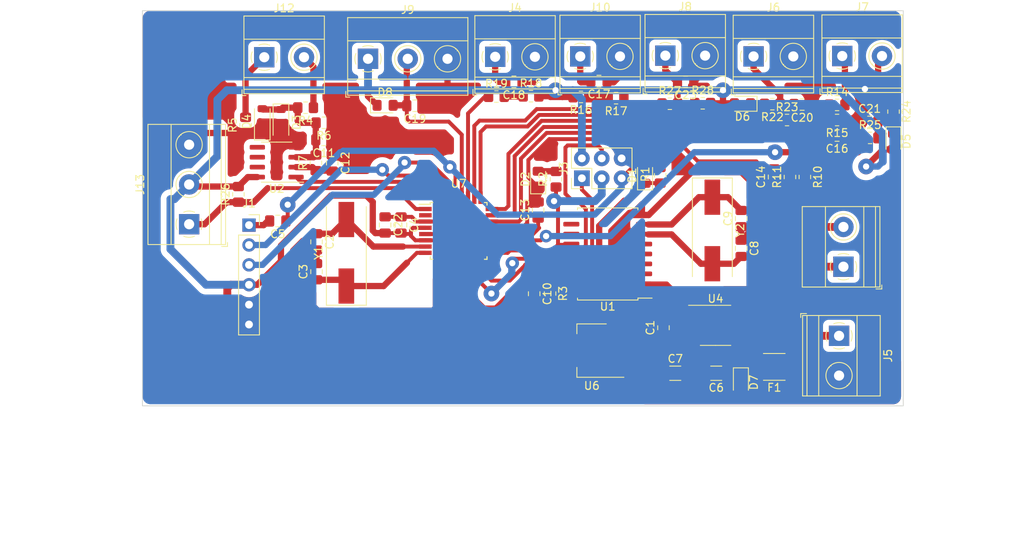
<source format=kicad_pcb>
(kicad_pcb (version 20221018) (generator pcbnew)
  (layers (0 "F.Cu" signal) (31 "B.Cu" signal) (34 "B.Paste" user) (35 "F.Paste" user) (36 "B.SilkS" user "B.Silkscreen") (37 "F.SilkS" user "F.Silkscreen") (38 "B.Mask" user) (39 "F.Mask" user) (44 "Edge.Cuts" user))
  (net 0 "")
  (net 1 "5V")
  (net 2 "XTAL1")
  (net 3 "XTAL2")
  (net 4 "ISP RST")
  (net 5 "UART DTR")
  (net 6 "Net-(U1-OSC2)")
  (net 7 "Net-(U1-OSC1)")
  (net 8 "Net-(D3-K)")
  (net 9 "Net-(U2A--)")
  (net 10 "Net-(U7-AREF)")
  (net 11 "A6")
  (net 12 "A7")
  (net 13 "A5")
  (net 14 "Net-(J10-Pin_1)")
  (net 15 "Net-(J4-Pin_1)")
  (net 16 "Net-(J6-Pin_1)")
  (net 17 "Net-(D2-A)")
  (net 18 "Net-(D5-K)")
  (net 19 "Net-(D6-K)")
  (net 20 "12V")
  (net 21 "UART RX")
  (net 22 "UART TX")
  (net 23 "CANH")
  (net 24 "CANHL")
  (net 25 "MISO")
  (net 26 "SCK")
  (net 27 "MOSI")
  (net 28 "Net-(J12-Pin_1)")
  (net 29 "Net-(J12-Pin_2)")
  (net 30 "D3")
  (net 31 "Net-(U1-~{RESET})")
  (net 32 "D2")
  (net 33 "A2")
  (net 34 "A3")
  (net 35 "A4")
  (net 36 "A1")
  (net 37 "A0")
  (net 38 "Net-(U1-TXCAN)")
  (net 39 "Net-(U1-RXCAN)")
  (net 47 "D10")
  (net 58 "Engine Block")
  (net 59 "Coolant")
  (net 60 "Net-(J8-Pin_1)")
  (net 61 "Engine Batt+")
  (net 62 "Alternator B+")
  (footprint "TerminalBlock_Phoenix:TerminalBlock_Phoenix_MKDS-1,5-3-5.08_1x03_P5.08mm_Horizontal" (layer "F.Cu") (at 113.6398 77.8814 90)
    (fp_text reference "J13")
    (fp_text value "1Wire")
  )
  (footprint "TerminalBlock_Phoenix:TerminalBlock_Phoenix_MKDS-1,5-2-5.08_1x02_P5.08mm_Horizontal" (layer "F.Cu") (at 123.2408 56.5404)
    (fp_text reference "J12")
    (fp_text value "Flywheel")
  )
  (footprint "Diode_SMD:D_SOD-123" (layer "F.Cu") (at 122.9868 64.77 90)
    (fp_text reference "D4")
    (fp_text value "1N5819" hide)
  )
  (footprint "Package_SO:SOIC-8_3.9x4.9mm_P1.27mm" (layer "F.Cu") (at 180.913 90.805)
    (fp_text reference "U4")
    (fp_text value "TJA1050")
  )
  (footprint "Resistor_SMD:R_0805_2012Metric_Pad1.20x1.40mm_HandSolder" (layer "F.Cu") (at 190.0482 64.5668)
    (fp_text reference "R23")
    (fp_text value "100K")
  )
  (footprint "TerminalBlock_Phoenix:TerminalBlock_Phoenix_MKDS-1,5-2-5.08_1x02_P5.08mm_Horizontal" (layer "F.Cu") (at 196.6974 92.1462 -90)
    (fp_text reference "J5")
    (fp_text value "12V In")
  )
  (footprint "Capacitor_SMD:C_0805_2012Metric_Pad1.18x1.45mm_HandSolder" (layer "F.Cu") (at 200.6092 64.8118)
    (fp_text reference "C21")
    (fp_text value "10nF")
  )
  (footprint "Capacitor_SMD:C_1206_3216Metric_Pad1.33x1.80mm_HandSolder" (layer "F.Cu") (at 181.0004 96.9264 180)
    (fp_text reference "C6")
    (fp_text value "10uF")
  )
  (footprint "Crystal:Crystal_SMD_HC49-SD" (layer "F.Cu") (at 133.731 81.534 90)
    (fp_text reference "Y1")
    (fp_text value " HC-49 16MHz")
  )
  (footprint "LED_SMD:LED_0805_2012Metric_Pad1.15x1.40mm_HandSolder" (layer "F.Cu") (at 158.242 72.136 90)
    (fp_text reference "D2")
    (fp_text value "LED")
  )
  (footprint "Resistor_SMD:R_0805_2012Metric_Pad1.20x1.40mm_HandSolder" (layer "F.Cu") (at 157.3276 61.5188)
    (fp_text reference "R18")
    (fp_text value "4.7K" hide)
  )
  (footprint "Resistor_SMD:R_0805_2012Metric_Pad1.20x1.40mm_HandSolder" (layer "F.Cu") (at 173.8376 71.628 90)
    (fp_text reference "R1")
    (fp_text value "10K")
  )
  (footprint "TerminalBlock_Phoenix:TerminalBlock_Phoenix_MKDS-1,5-2-5.08_1x02_P5.08mm_Horizontal" (layer "F.Cu") (at 152.7506 56.4898)
    (fp_text reference "J4")
    (fp_text value "NTC3")
  )
  (footprint "Package_SO:SOIC-8_3.9x4.9mm_P1.27mm" (layer "F.Cu") (at 124.8298 69.9516 180)
    (fp_text reference "U2")
    (fp_text value "LM393")
  )
  (footprint "Capacitor_SMD:C_0805_2012Metric_Pad1.18x1.45mm_HandSolder" (layer "F.Cu") (at 174.2582 91.1098 90)
    (fp_text reference "C1")
    (fp_text value "100nF")
  )
  (footprint "Package_TO_SOT_SMD:SOT-223-3_TabPin2" (layer "F.Cu") (at 165.1 94.0308 180)
    (fp_text reference "U6")
    (fp_text value "AMS1117-5.0")
  )
  (footprint "Resistor_SMD:R_0805_2012Metric_Pad1.20x1.40mm_HandSolder" (layer "F.Cu") (at 129.8448 70.0372 90)
    (fp_text reference "R7")
    (fp_text value "100K")
  )
  (footprint "Capacitor_SMD:C_0805_2012Metric_Pad1.18x1.45mm_HandSolder" (layer "F.Cu") (at 124.968 77.47 180)
    (fp_text reference "C5")
    (fp_text value "100nF")
  )
  (footprint "TerminalBlock_Phoenix:TerminalBlock_Phoenix_MKDS-1,5-2-5.08_1x02_P5.08mm_Horizontal" (layer "F.Cu") (at 174.498 56.3372)
    (fp_text reference "J8")
    (fp_text value "NTC1")
  )
  (footprint "Package_SO:SOIC-18W_7.5x11.6mm_P1.27mm" (layer "F.Cu") (at 167.132 81.6864 180)
    (fp_text reference "U1")
    (fp_text value "MCP2515-xSO")
  )
  (footprint "Resistor_SMD:R_0805_2012Metric_Pad1.20x1.40mm_HandSolder" (layer "F.Cu") (at 120.8532 65.2272 90)
    (fp_text reference "R5")
    (fp_text value "22K")
  )
  (footprint "Resistor_SMD:R_0805_2012Metric_Pad1.20x1.40mm_HandSolder" (layer "F.Cu") (at 128.524 62.992 180)
    (fp_text reference "R4")
    (fp_text value "22K")
  )
  (footprint "Capacitor_SMD:C_0805_2012Metric_Pad1.18x1.45mm_HandSolder" (layer "F.Cu") (at 129.921 80.137 -90)
    (fp_text reference "C2")
    (fp_text value "18pF")
  )
  (footprint "Resistor_SMD:R_0805_2012Metric_Pad1.20x1.40mm_HandSolder" (layer "F.Cu") (at 190.4238 71.8472 90)
    (fp_text reference "R11")
    (fp_text value "470K")
  )
  (footprint "Resistor_SMD:R_0805_2012Metric_Pad1.20x1.40mm_HandSolder" (layer "F.Cu") (at 200.66 66.8528)
    (fp_text reference "R25")
    (fp_text value "100K")
  )
  (footprint "Capacitor_SMD:C_0805_2012Metric_Pad1.18x1.45mm_HandSolder" (layer "F.Cu") (at 158.242 76.073 90)
    (fp_text reference "C13")
    (fp_text value "100nF")
  )
  (footprint "Resistor_SMD:R_0805_2012Metric_Pad1.20x1.40mm_HandSolder" (layer "F.Cu") (at 188.1686 62.5348 180)
    (fp_text reference "R22")
    (fp_text value "1K")
  )
  (footprint "Resistor_SMD:R_0805_2012Metric_Pad1.20x1.40mm_HandSolder" (layer "F.Cu") (at 160.528 72.136 90)
    (fp_text reference "R2")
    (fp_text value "330R")
  )
  (footprint "Crystal:Crystal_SMD_HC49-SD" (layer "F.Cu") (at 180.5045 78.681 -90)
    (fp_text reference "Y2")
    (fp_text value " HC-49 16MHz")
  )
  (footprint "TerminalBlock_Phoenix:TerminalBlock_Phoenix_MKDS-1,5-2-5.08_1x02_P5.08mm_Horizontal" (layer "F.Cu") (at 185.7706 56.439)
    (fp_text reference "J6")
    (fp_text value "FuelLevel")
  )
  (footprint "Resistor_SMD:R_0805_2012Metric_Pad1.20x1.40mm_HandSolder" (layer "F.Cu") (at 179.2732 62.4332)
    (fp_text reference "R28")
    (fp_text value "4.7K")
  )
  (footprint "Diode_SMD:D_0805_2012Metric_Pad1.15x1.40mm_HandSolder" (layer "F.Cu") (at 184.15 98.0948 -90)
    (fp_text reference "D7")
    (fp_text value "S1J")
  )
  (footprint "Capacitor_SMD:C_0805_2012Metric_Pad1.18x1.45mm_HandSolder" (layer "F.Cu") (at 184.1875 80.967 -90)
    (fp_text reference "C8")
    (fp_text value "18pF")
  )
  (footprint "Diode_SMD:D_0805_2012Metric_Pad1.15x1.40mm_HandSolder" (layer "F.Cu") (at 171.9072 71.628 90)
    (fp_text reference "D1")
    (fp_text value "S1J")
  )
  (footprint "Resistor_SMD:R_0805_2012Metric_Pad1.20x1.40mm_HandSolder" (layer "F.Cu") (at 163.7124 61.6204 180)
    (fp_text reference "R16")
    (fp_text value "4.7K")
  )
  (footprint "Capacitor_SMD:C_0805_2012Metric_Pad1.18x1.45mm_HandSolder" (layer "F.Cu") (at 155.1432 59.69 180)
    (fp_text reference "C18")
    (fp_text value "10nF")
  )
  (footprint "TerminalBlock_Phoenix:TerminalBlock_Phoenix_MKDS-1,5-2-5.08_1x02_P5.08mm_Horizontal" (layer "F.Cu") (at 197.104 56.388)
    (fp_text reference "J7")
    (fp_text value "Engine")
  )
  (footprint "Diode_SMD:D_0805_2012Metric_Pad1.15x1.40mm_HandSolder" (layer "F.Cu") (at 203.6572 67.301 -90)
    (fp_text reference "D5")
    (fp_text value "S1J")
  )
  (footprint "Capacitor_SMD:C_0805_2012Metric_Pad1.18x1.45mm_HandSolder" (layer "F.Cu") (at 140.716 77.978 -90)
    (fp_text reference "C4")
    (fp_text value "100nF")
  )
  (footprint "Resistor_SMD:R_0805_2012Metric_Pad1.20x1.40mm_HandSolder" (layer "F.Cu") (at 159.766 86.741 -90)
    (fp_text reference "R3")
    (fp_text value "10K")
  )
  (footprint "Capacitor_SMD:C_0805_2012Metric_Pad1.18x1.45mm_HandSolder" (layer "F.Cu") (at 142.494 62.738 180)
    (fp_text reference "C19")
    (fp_text value "10nF" hide)
  )
  (footprint "TerminalBlock_Phoenix:TerminalBlock_Phoenix_MKDS-1,5-2-5.08_1x02_P5.08mm_Horizontal" (layer "F.Cu") (at 197.2564 83.312 90)
    (fp_text reference "J2" hide)
    (fp_text value "CAN")
  )
  (footprint "Diode_SMD:D_0805_2012Metric_Pad1.15x1.40mm_HandSolder" (layer "F.Cu") (at 184.3532 62.484 180)
    (fp_text reference "D6")
    (fp_text value "S1J")
  )
  (footprint "Fuse:Fuse_1812_4532Metric_Pad1.30x3.40mm_HandSolder" (layer "F.Cu") (at 188.4172 96.1136 180)
    (fp_text reference "F1")
    (fp_text value "Polyfuse")
  )
  (footprint "Connector_PinHeader_2.54mm:PinHeader_2x03_P2.54mm_Vertical" (layer "F.Cu") (at 163.83 72.009 90)
    (fp_text reference "J3")
    (fp_text value "AVR ISP")
  )
  (footprint "Resistor_SMD:R_0805_2012Metric_Pad1.20x1.40mm_HandSolder" (layer "F.Cu") (at 152.908 61.5696)
    (fp_text reference "R19")
    (fp_text value "100K")
  )
  (footprint "Capacitor_SMD:C_0805_2012Metric_Pad1.18x1.45mm_HandSolder" (layer "F.Cu") (at 157.734 86.7664 -90)
    (fp_text reference "C10")
    (fp_text value "100nF")
  )
  (footprint "Capacitor_SMD:C_1206_3216Metric_Pad1.33x1.80mm_HandSolder" (layer "F.Cu") (at 175.768 96.9264)
    (fp_text reference "C7")
    (fp_text value "10uF")
  )
  (footprint "Connector_PinSocket_2.54mm:PinSocket_1x06_P2.54mm_Vertical" (layer "F.Cu") (at 121.2925 77.998)
    (fp_text reference "J1")
    (fp_text value "UART")
  )
  (footprint "Capacitor_SMD:C_0805_2012Metric_Pad1.18x1.45mm_HandSolder" (layer "F.Cu") (at 177.0888 59.69 180)
    (fp_text reference "C23")
    (fp_text value "10nF")
  )
  (footprint "Resistor_SMD:R_0805_2012Metric_Pad1.20x1.40mm_HandSolder" (layer "F.Cu") (at 203.6572 63.491 -90)
    (fp_text reference "R24")
    (fp_text value "1K")
  )
  (footprint "Package_QFP:TQFP-32_7x7mm_P0.8mm" (layer "F.Cu") (at 148.082 78.74)
    (fp_text reference "U7")
    (fp_text value "ATmega328P-A")
  )
  (footprint "Resistor_SMD:R_0805_2012Metric_Pad1.20x1.40mm_HandSolder" (layer "F.Cu") (at 192.3288 71.8472 -90)
    (fp_text reference "R10")
    (fp_text value "1M")
  )
  (footprint "Capacitor_SMD:C_0805_2012Metric_Pad1.18x1.45mm_HandSolder" (layer "F.Cu") (at 191.9786 62.5856 180)
    (fp_text reference "C20")
    (fp_text value "10nF")
  )
  (footprint "Capacitor_SMD:C_0805_2012Metric_Pad1.18x1.45mm_HandSolder" (layer "F.Cu") (at 196.4436 66.548 180)
    (fp_text reference "C16")
    (fp_text value "1nF")
  )
  (footprint "Capacitor_SMD:C_0805_2012Metric_Pad1.18x1.45mm_HandSolder" (layer "F.Cu") (at 129.921 83.947 90)
    (fp_text reference "C3")
    (fp_text value "18pF")
  )
  (footprint "Resistor_SMD:R_0805_2012Metric_Pad1.20x1.40mm_HandSolder" (layer "F.Cu") (at 130.8608 64.9224 180)
    (fp_text reference "R6")
    (fp_text value "1K")
  )
  (footprint "TerminalBlock_Phoenix:TerminalBlock_Phoenix_MKDS-1,5-3-5.08_1x03_P5.08mm_Horizontal" (layer "F.Cu") (at 136.4996 56.7436)
    (fp_text reference "J9")
    (fp_text value "Oil Pressure")
  )
  (footprint "Capacitor_SMD:C_0805_2012Metric_Pad1.18x1.45mm_HandSolder" (layer "F.Cu") (at 138.684 77.978 -90)
    (fp_text reference "C22")
    (fp_text value "100nF")
  )
  (footprint "Capacitor_SMD:C_0805_2012Metric_Pad1.18x1.45mm_HandSolder" (layer "F.Cu") (at 131.9276 70.0532 -90)
    (fp_text reference "C12")
    (fp_text value "1uF")
  )
  (footprint "Capacitor_SMD:C_0805_2012Metric_Pad1.18x1.45mm_HandSolder" (layer "F.Cu") (at 184.1875 77.157 90)
    (fp_text reference "C9")
    (fp_text value "18pF")
  )
  (footprint "Capacitor_SMD:C_0805_2012Metric_Pad1.18x1.45mm_HandSolder" (layer "F.Cu") (at 166.0144 59.5884 180)
    (fp_text reference "C17")
    (fp_text value "10nF")
  )
  (footprint "Resistor_SMD:R_0805_2012Metric_Pad1.20x1.40mm_HandSolder" (layer "F.Cu") (at 168.1988 61.7728 180)
    (fp_text reference "R17")
    (fp_text value "100K")
  )
  (footprint "Resistor_SMD:R_0805_2012Metric_Pad1.20x1.40mm_HandSolder" (layer "F.Cu") (at 196.4436 64.5668 180)
    (fp_text reference "R15")
    (fp_text value "470K")
  )
  (footprint "Diode_SMD:D_SOD-123" (layer "F.Cu") (at 125.3744 64.8716 -90)
    (fp_text reference "D3")
    (fp_text value "1N5819")
  )
  (footprint "Capacitor_SMD:C_0805_2012Metric_Pad1.18x1.45mm_HandSolder" (layer "F.Cu") (at 188.3918 71.8472 90)
    (fp_text reference "C14")
    (fp_text value "1nF")
  )
  (footprint "TerminalBlock_Phoenix:TerminalBlock_Phoenix_MKDS-1,5-2-5.08_1x02_P5.08mm_Horizontal" (layer "F.Cu") (at 163.6218 56.439)
    (fp_text reference "J10")
    (fp_text value "NTC2")
  )
  (footprint "Diode_SMD:D_0805_2012Metric_Pad1.15x1.40mm_HandSolder" (layer "F.Cu") (at 138.684 62.6872)
    (fp_text reference "D8")
    (fp_text value "S1J")
  )
  (footprint "Capacitor_SMD:C_0805_2012Metric_Pad1.18x1.45mm_HandSolder" (layer "F.Cu") (at 130.8608 67.1068 180)
    (fp_text reference "C11")
    (fp_text value "1uF")
  )
  (footprint "Resistor_SMD:R_0805_2012Metric_Pad1.20x1.40mm_HandSolder" (layer "F.Cu") (at 119.9388 74.0664 90)
    (fp_text reference "R26")
    (fp_text value "4K7" hide)
  )
  (footprint "Resistor_SMD:R_0805_2012Metric_Pad1.20x1.40mm_HandSolder" (layer "F.Cu") (at 175.0728 62.484)
    (fp_text reference "R27")
    (fp_text value "100K")
  )
  (footprint "Resistor_SMD:R_0805_2012Metric_Pad1.20x1.40mm_HandSolder" (layer "F.Cu") (at 196.4436 62.6364)
    (fp_text reference "R14")
    (fp_text value "1M")
  )
  (gr_rect (start 107.6706 50.5968) (end 204.9018 101.092) (stroke (width 0.1)) (fill none) (layer "Edge.Cuts"))
  (gr_text "N2K Engine Monitor (c) Me 2024" (at 121.0056 99.4664) (layer "F.Cu") (effects (font (size 1.5 1.5) (thickness 0.3) bold) (justify left bottom)))
  (segment (start 159.8168 61.6204) (end 161.3408 61.6204) (width 0.8) (layer "F.Cu") (net 1))
  (segment (start 171.9322 72.628) (end 171.9072 72.653) (width 0.5) (layer "F.Cu") (net 1))
  (segment (start 141.986 78.613) (end 142.259 78.34) (width 0.5) (layer "F.Cu") (net 1))
  (segment (start 158.004 87.741) (end 157.734 88.011) (width 0.5) (layer "F.Cu") (net 1))
  (segment (start 159.7152 61.5188) (end 159.8168 61.6204) (width 0.8) (layer "F.Cu") (net 1))
  (segment (start 169.7736 74.8792) (end 169.2656 74.8792) (width 0.8) (layer "F.Cu") (net 1))
  (segment (start 161.95 94.0308) (end 119.5324 94.0308) (width 1) (layer "F.Cu") (net 1))
  (segment (start 168.25 94.0308) (end 161.95 94.0308) (width 1) (layer "F.Cu") (net 1))
  (segment (start 160.3756 94.0308) (end 157.734 91.3892) (width 1) (layer "F.Cu") (net 1))
  (segment (start 136.4996 61.5278) (end 137.659 62.6872) (width 0.8) (layer "F.Cu") (net 1))
  (segment (start 173.3257 92.0965) (end 170.468 89.2388) (width 0.8) (layer "F.Cu") (net 1))
  (segment (start 142.551 79.94) (end 141.986 79.375) (width 0.5) (layer "F.Cu") (net 1))
  (segment (start 181.7624 62.4332) (end 183.2774 62.4332) (width 0.8) (layer "F.Cu") (net 1))
  (segment (start 160.163 87.741) (end 160.909 86.995) (width 0.5) (layer "F.Cu") (net 1))
  (segment (start 138.684 79.0155) (end 137.4355 79.0155) (width 0.8) (layer "F.Cu") (net 1))
  (segment (start 169.2656 74.8792) (end 166.0404 78.1044) (width 0.8) (layer "F.Cu") (net 1))
  (segment (start 170.468 89.2388) (end 167.166 89.2388) (width 0.8) (layer "F.Cu") (net 1))
  (segment (start 150.844 80.74) (end 152.332 80.74) (width 0.5) (layer "F.Cu") (net 1))
  (segment (start 164.7952 86.868) (end 162.482 86.868) (width 0.8) (layer "F.Cu") (net 1))
  (segment (start 136.2964 74.2188) (end 131.7752 74.2188) (width 0.8) (layer "F.Cu") (net 1))
  (segment (start 159.7152 61.5188) (end 160.4772 60.7568) (width 0.8) (layer "F.Cu") (net 1))
  (segment (start 161.95 94.0308) (end 160.3756 94.0308) (width 1) (layer "F.Cu") (net 1))
  (segment (start 141.986 79.121) (end 140.8215 79.121) (width 0.5) (layer "F.Cu") (net 1))
  (segment (start 161.036 86.868) (end 160.909 86.995) (width 0.8) (layer "F.Cu") (net 1))
  (segment (start 173.8376 72.628) (end 171.9322 72.628) (width 0.5) (layer "F.Cu") (net 1))
  (segment (start 158.3276 61.5188) (end 159.7152 61.5188) (width 0.8) (layer "F.Cu") (net 1))
  (segment (start 121.1486 71.8566) (end 119.9388 73.0664) (width 0.8) (layer "F.Cu") (net 1))
  (segment (start 181.864 60.7568) (end 181.864 62.3316) (width 0.8) (layer "F.Cu") (net 1))
  (segment (start 183.2774 62.5348) (end 183.3282 62.484) (width 0.5) (layer "F.Cu") (net 1))
  (segment (start 180.2732 62.4332) (end 181.7624 62.4332) (width 0.8) (layer "F.Cu") (net 1))
  (segment (start 140.716 79.0155) (end 138.684 79.0155) (width 0.5) (layer "F.Cu") (net 1))
  (segment (start 143.832 79.94) (end 150.044 79.94) (width 0.5) (layer "F.Cu") (net 1))
  (segment (start 137.1092 78.6892) (end 137.1092 75.0316) (width 0.8) (layer "F.Cu") (net 1))
  (segment (start 174.9655 91.44) (end 174.2582 92.1473) (width 0.8) (layer "F.Cu") (net 1))
  (segment (start 161.3408 61.6204) (end 160.4772 60.7568) (width 0.8) (layer "F.Cu") (net 1))
  (segment (start 125.3744 82.6008) (end 122.3572 85.618) (width 0.8) (layer "F.Cu") (net 1))
  (segment (start 125.3744 80.6196) (end 125.3744 82.6008) (width 0.8) (layer "F.Cu") (net 1))
  (segment (start 157.734 89.3572) (end 157.734 87.8039) (width 1) (layer "F.Cu") (net 1))
  (segment (start 166.0404 85.6228) (end 165.8904 85.7728) (width 0.8) (layer "F.Cu") (net 1))
  (segment (start 157.734 91.3892) (end 157.734 89.3572) (width 1) (layer "F.Cu") (net 1))
  (segment (start 122.3548 71.8566) (end 121.1486 71.8566) (width 0.8) (layer "F.Cu") (net 1))
  (segment (start 173.3257 92.1473) (end 173.3257 92.0965) (width 0.8) (layer "F.Cu") (net 1))
  (segment (start 159.766 87.741) (end 160.163 87.741) (width 0.5) (layer "F.Cu") (net 1))
  (segment (start 136.4996 56.7436) (end 136.4996 61.5278) (width 0.8) (layer "F.Cu") (net 1))
  (segment (start 118.9536 85.618) (end 121.2925 85.618) (width 1) (layer "F.Cu") (net 1))
  (segment (start 113.9048 73.0664) (end 113.6398 72.8014) (width 0.8) (layer "F.Cu") (net 1))
  (segment (start 118.5164 86.7156) (end 118.5164 86.0552) (width 1) (layer "F.Cu") (net 1))
  (segment (start 137.1092 75.0316) (end 136.2964 74.2188) (width 0.8) (layer "F.Cu") (net 1))
  (segment (start 138.684 79.0155) (end 138.5785 79.0155) (width 0.8) (layer "F.Cu") (net 1))
  (segment (start 166.0404 78.1044) (end 166.0404 85.6228) (width 0.8) (layer "F.Cu") (net 1))
  (segment (start 171.9072 72.653) (end 171.9072 72.7456) (width 0.8) (layer "F.Cu") (net 1))
  (segment (start 140.8215 79.121) (end 140.716 79.0155) (width 0.5) (layer "F.Cu") (net 1))
  (segment (start 141.986 79.121) (end 141.986 78.613) (width 0.5) (layer "F.Cu") (net 1))
  (segment (start 143.832 79.94) (end 142.551 79.94) (width 0.5) (layer "F.Cu") (net 1))
  (segment (start 171.9072 72.7456) (end 169.7736 74.8792) (width 0.8) (layer "F.Cu") (net 1))
  (segment (start 170.2816 94.0308) (end 168.25 94.0308) (width 1) (layer "F.Cu") (net 1))
  (segment (start 203.6572 68.326) (end 202.3364 68.326) (width 0.8) (layer "F.Cu") (net 1))
  (segment (start 167.166 89.2388) (end 164.7952 86.868) (width 0.8) (layer "F.Cu") (net 1))
  (segment (start 178.438 91.44) (end 174.9655 91.44) (width 0.8) (layer "F.Cu") (net 1))
  (segment (start 131.7752 74.2188) (end 125.3744 80.6196) (width 0.8) (layer "F.Cu") (net 1))
  (segment (start 119.5324 94.0308) (end 118.5164 93.0148) (width 1) (layer "F.Cu") (net 1))
  (segment (start 118.5164 86.0552) (end 118.9536 85.618) (width 1) (layer "F.Cu") (net 1))
  (segment (start 183.2774 62.4332) (end 183.3282 62.484) (width 0.8) (layer "F.Cu") (net 1))
  (segment (start 118.5164 93.0148) (end 118.5164 86.7156) (width 1) (layer "F.Cu") (net 1))
  (segment (start 142.259 78.34) (end 143.832 78.34) (width 0.5) (layer "F.Cu") (net 1))
  (segment (start 181.864 62.3316) (end 181.7624 62.4332) (width 0.8) (layer "F.Cu") (net 1))
  (segment (start 162.482 86.868) (end 161.036 86.868) (width 0.8) (layer "F.Cu") (net 1))
  (segment (start 174.2055 96.9264) (end 173.1772 96.9264) (width 1) (layer "F.Cu") (net 1))
  (segment (start 150.044 79.94) (end 150.844 80.74) (width 0.5) (layer "F.Cu") (net 1))
  (segment (start 137.4355 79.0155) (end 137.1092 78.6892) (width 0.8) (layer "F.Cu") (net 1))
  (segment (start 159.766 87.741) (end 158.004 87.741) (width 0.5) (layer "F.Cu") (net 1))
  (segment (start 122.3572 85.618) (end 121.2925 85.618) (width 0.8) (layer "F.Cu") (net 1))
  (segment (start 202.3364 68.326) (end 200.152 70.5104) (width 0.8) (layer "F.Cu") (net 1))
  (segment (start 173.3257 92.1473) (end 174.2582 92.1473) (width 1) (layer "F.Cu") (net 1))
  (segment (start 162.6776 61.3356) (end 162.7284 61.2848) (width 0.8) (layer "F.Cu") (net 1))
  (segment (start 173.1772 96.9264) (end 170.2816 94.0308) (width 1) (layer "F.Cu") (net 1))
  (segment (start 162.7124 61.6204) (end 161.3408 61.6204) (width 0.8) (layer "F.Cu") (net 1))
  (segment (start 119.9388 73.0664) (end 113.9048 73.0664) (width 0.8) (layer "F.Cu") (net 1))
  (segment (start 160.4772 61.3356) (end 160.4772 60.7568) (width 0.8) (layer "F.Cu") (net 1))
  (segment (start 141.986 79.375) (end 141.986 79.121) (width 0.5) (layer "F.Cu") (net 1))
  (segment (start 165.8904 85.7728) (end 164.7952 86.868) (width 0.8) (layer "F.Cu") (net 1))
  (via (at 160.4772 60.7568) (size 2) (drill 0.8) (layers "F.Cu" "B.Cu") (net 1))
  (via (at 181.864 60.7568) (size 2) (drill 0.8) (layers "F.Cu" "B.Cu") (net 1))
  (via (at 200.152 70.5104) (size 2) (drill 0.8) (layers "F.Cu" "B.Cu") (net 1))
  (segment (start 200.152 70.5104) (end 201.676 70.5104) (width 0.8) (layer "B.Cu") (net 1))
  (segment (start 111.252 74.676) (end 111.7652 74.676) (width 1) (layer "B.Cu") (net 1))
  (segment (start 111.252 81.0768) (end 111.252 74.676) (width 1) (layer "B.Cu") (net 1))
  (segment (start 118.4656 60.7568) (end 136.5504 60.7568) (width 1) (layer "B.Cu") (net 1))
  (segment (start 136.4996 60.706) (end 136.5504 60.7568) (width 1) (layer "B.Cu") (net 1))
  (segment (start 136.4996 56.7436) (end 136.4996 60.706) (width 1) (layer "B.Cu") (net 1))
  (segment (start 202.2856 66.294) (end 202.2856 69.9008) (width 1) (layer "B.Cu") (net 1))
  (segment (start 117.2464 61.976) (end 118.4656 60.7568) (width 1) (layer "B.Cu") (net 1))
  (segment (start 196.7484 60.7568) (end 202.2856 66.294) (width 1) (layer "B.Cu") (net 1))
  (segment (start 163.83 69.469) (end 163.83 61.9252) (width 1) (layer "B.Cu") (net 1))
  (segment (start 111.7652 74.676) (end 113.6398 72.8014) (width 1) (layer "B.Cu") (net 1))
  (segment (start 117.2464 69.1948) (end 117.2464 61.976) (width 1) (layer "B.Cu") (net 1))
  (segment (start 115.7932 85.618) (end 111.252 81.0768) (width 1) (layer "B.Cu") (net 1))
  (segment (start 162.6616 60.7568) (end 196.7484 60.7568) (width 1) (layer "B.Cu") (net 1))
  (segment (start 113.6398 72.8014) (end 117.2464 69.1948) (width 1) (layer "B.Cu") (net 1))
  (segment (start 201.676 70.5104) (end 202.2856 69.9008) (width 0.8) (layer "B.Cu") (net 1))
  (segment (start 163.83 61.9252) (end 162.6616 60.7568) (width 1) (layer "B.Cu") (net 1))
  (segment (start 136.5504 60.7568) (end 160.4772 60.7568) (width 1) (layer "B.Cu") (net 1))
  (segment (start 160.4772 60.7568) (end 162.6616 60.7568) (width 1) (layer "B.Cu") (net 1))
  (segment (start 121.2925 85.618) (end 115.7932 85.618) (width 1) (layer "B.Cu") (net 1))
  (segment (start 140.97 80.74) (end 137.187 80.74) (width 0.8) (layer "F.Cu") (net 2))
  (segment (start 137.187 80.74) (end 133.731 77.284) (width 0.8) (layer "F.Cu") (net 2))
  (segment (start 143.832 80.74) (end 140.97 80.74) (width 0.5) (layer "F.Cu") (net 2))
  (segment (start 129.921 79.0995) (end 131.9155 79.0995) (width 0.8) (layer "F.Cu") (net 2))
  (segment (start 131.9155 79.0995) (end 133.731 77.284) (width 0.8) (layer "F.Cu") (net 2))
  (segment (start 142.742 81.54) (end 141.478 82.804) (width 0.5) (layer "F.Cu") (net 3))
  (segment (start 141.478 82.804) (end 138.498 85.784) (width 0.8) (layer "F.Cu") (net 3))
  (segment (start 138.498 85.784) (end 133.731 85.784) (width 0.8) (layer "F.Cu") (net 3))
  (segment (start 132.9315 84.9845) (end 133.731 85.784) (width 0.8) (layer "F.Cu") (net 3))
  (segment (start 143.832 81.54) (end 142.742 81.54) (width 0.5) (layer "F.Cu") (net 3))
  (segment (start 129.921 84.9845) (end 132.9315 84.9845) (width 0.8) (layer "F.Cu") (net 3))
  (segment (start 126.238 77.005) (end 125.773 77.47) (width 0.5) (layer "F.Cu") (net 4))
  (segment (start 170.316 70.603) (end 168.91 72.009) (width 0.5) (layer "F.Cu") (net 4))
  (segment (start 171.9072 70.603) (end 170.316 70.603) (width 0.5) (layer "F.Cu") (net 4))
  (segment (start 147.682 74.49) (end 147.682 71.2788) (width 0.5) (layer "F.Cu") (net 4))
  (segment (start 171.9322 70.628) (end 171.9072 70.603) (width 0.5) (layer "F.Cu") (net 4))
  (segment (start 147.682 71.2788) (end 146.9644 70.5612) (width 0.5) (layer "F.Cu") (net 4))
  (segment (start 126.238 75.3872) (end 126.238 77.005) (width 0.5) (layer "F.Cu") (net 4))
  (segment (start 173.8376 70.628) (end 171.9322 70.628) (width 0.5) (layer "F.Cu") (net 4))
  (via (at 126.238 75.3872) (size 2) (drill 0.8) (layers "F.Cu" "B.Cu") (net 4))
  (via (at 146.9644 70.5612) (size 1.7) (drill 0.8) (layers "F.Cu" "B.Cu") (net 4))
  (segment (start 153.0604 76.6572) (end 165.463881 76.6572) (width 0.8) (layer "B.Cu") (net 4))
  (segment (start 168.91 73.211081) (end 165.463881 76.6572) (width 0.5) (layer "B.Cu") (net 4))
  (segment (start 144.9056 68.5024) (end 133.326 68.5024) (width 0.8) (layer "B.Cu") (net 4))
  (segment (start 168.91 72.009) (end 168.91 73.211081) (width 0.5) (layer "B.Cu") (net 4))
  (segment (start 146.9644 70.5612) (end 144.9056 68.5024) (width 0.8) (layer "B.Cu") (net 4))
  (segment (start 146.9644 70.5612) (end 153.0604 76.6572) (width 0.8) (layer "B.Cu") (net 4))
  (segment (start 132.9436 68.6816) (end 133.1468 68.6816) (width 0.8) (layer "B.Cu") (net 4))
  (segment (start 168.91 73.211082) (end 168.91 72.009) (width 0.8) (layer "B.Cu") (net 4))
  (segment (start 165.591082 76.53) (end 168.91 73.211082) (width 0.8) (layer "B.Cu") (net 4))
  (segment (start 126.238 75.3872) (end 132.9436 68.6816) (width 0.8) (layer "B.Cu") (net 4))
  (segment (start 133.326 68.5024) (end 133.1468 68.6816) (width 0.8) (layer "B.Cu") (net 4))
  (segment (start 121.2925 77.998) (end 123.17 77.998) (width 0.8) (layer "F.Cu") (net 5))
  (segment (start 123.17 77.998) (end 123.698 77.47) (width 0.8) (layer "F.Cu") (net 5))
  (segment (start 175.2975 79.189) (end 179.0395 82.931) (width 0.8) (layer "F.Cu") (net 6))
  (segment (start 180.5045 82.931) (end 183.261 82.931) (width 0.8) (layer "F.Cu") (net 6))
  (segment (start 183.261 82.931) (end 184.1875 82.0045) (width 0.8) (layer "F.Cu") (net 6))
  (segment (start 179.0395 82.931) (end 180.5045 82.931) (width 0.8) (layer "F.Cu") (net 6))
  (segment (start 172.3275 79.189) (end 175.2975 79.189) (width 0.8) (layer "F.Cu") (net 6))
  (segment (start 175.2975 77.919) (end 172.3275 77.919) (width 0.8) (layer "F.Cu") (net 7))
  (segment (start 182.499 74.431) (end 184.1875 76.1195) (width 0.8) (layer "F.Cu") (net 7))
  (segment (start 178.7855 74.431) (end 175.2975 77.919) (width 0.8) (layer "F.Cu") (net 7))
  (segment (start 180.5045 74.431) (end 182.499 74.431) (width 0.8) (layer "F.Cu") (net 7))
  (segment (start 180.5045 74.431) (end 178.7855 74.431) (width 0.8) (layer "F.Cu") (net 7))
  (segment (start 129.8233 67.1068) (end 129.8233 64.9599) (width 0.8) (layer "F.Cu") (net 8))
  (segment (start 129.8608 64.9224) (end 127.762 64.9224) (width 0.8) (layer "F.Cu") (net 8))
  (segment (start 129.8448 67.1283) (end 129.8233 67.1068) (width 0.8) (layer "F.Cu") (net 8))
  (segment (start 127.524 62.992) (end 125.604 62.992) (width 0.8) (layer "F.Cu") (net 8))
  (segment (start 127.3048 69.3166) (end 129.5654 69.3166) (width 0.8) (layer "F.Cu") (net 8))
  (segment (start 127.762 64.9224) (end 127.524 64.6844) (width 0.8) (layer "F.Cu") (net 8))
  (segment (start 127.524 64.6844) (end 127.524 62.992) (width 0.8) (layer "F.Cu") (net 8))
  (segment (start 129.8448 69.0372) (end 129.8448 67.1283) (width 0.8) (layer "F.Cu") (net 8))
  (segment (start 123.0884 63.2216) (end 122.9868 63.12) (width 0.8) (layer "F.Cu") (net 8))
  (segment (start 125.604 62.992) (end 125.3744 63.2216) (width 0.8) (layer "F.Cu") (net 8))
  (segment (start 129.8233 64.9599) (end 129.8608 64.9224) (width 0.8) (layer "F.Cu") (net 8))
  (segment (start 125.3744 63.2216) (end 123.0884 63.2216) (width 0.8) (layer "F.Cu") (net 8))
  (segment (start 129.5654 69.3166) (end 129.8448 69.0372) (width 0.8) (layer "F.Cu") (net 8))
  (segment (start 129.3942 70.5866) (end 129.8448 71.0372) (width 0.8) (layer "F.Cu") (net 9))
  (segment (start 129.8448 71.0372) (end 131.8741 71.0372) (width 0.8) (layer "F.Cu") (net 9))
  (segment (start 131.8741 71.0372) (end 131.9276 71.0907) (width 0.8) (layer "F.Cu") (net 9))
  (segment (start 127.3048 70.5866) (end 129.3942 70.5866) (width 0.8) (layer "F.Cu") (net 9))
  (segment (start 152.332 79.14) (end 157.588 79.14) (width 0.5) (layer "F.Cu") (net 10))
  (segment (start 157.588 79.14) (end 158.369 78.359) (width 0.5) (layer "F.Cu") (net 10))
  (segment (start 158.369 78.359) (end 158.242 78.232) (width 0.5) (layer "F.Cu") (net 10))
  (segment (start 158.242 78.232) (end 158.242 77.1105) (width 0.5) (layer "F.Cu") (net 10))
  (segment (start 152.332 79.94) (end 158.566 79.94) (width 0.5) (layer "F.Cu") (net 11))
  (segment (start 158.566 79.94) (end 159.385 79.121) (width 0.5) (layer "F.Cu") (net 11))
  (segment (start 188.5188 68.6816) (end 199.136 68.6816) (width 0.8) (layer "F.Cu") (net 11))
  (segment (start 199.66 68.1576) (end 199.66 66.8528) (width 0.8) (layer "F.Cu") (net 11))
  (segment (start 199.136 68.6816) (end 199.66 68.1576) (width 0.8) (layer "F.Cu") (net 11))
  (via (at 159.258 79.4004) (size 1.6) (drill 0.8) (layers "F.Cu" "B.Cu") (net 11))
  (via (at 188.5188 68.6816) (size 2) (drill 0.8) (layers "F.Cu" "B.Cu") (net 11))
  (segment (start 188.0362 68.199) (end 188.5188 68.6816) (width 0.8) (layer "B.Cu") (net 11))
  (segment (start 159.258 79.4004) (end 167.4876 79.4004) (width 0.8) (layer "B.Cu") (net 11))
  (segment (start 167.4876 79.4004) (end 178.2064 68.6816) (width 0.8) (layer "B.Cu") (net 11))
  (segment (start 178.2064 68.6816) (end 188.5188 68.6816) (width 0.8) (layer "B.Cu") (net 11))
  (segment (start 156.045 69.49323) (end 159.33023 66.208) (width 0.5) (layer "F.Cu") (net 12))
  (segment (start 188.4293 70.8472) (end 188.3918 70.8097) (width 1) (layer "F.Cu") (net 12))
  (segment (start 190.4238 70.8472) (end 188.4293 70.8472) (width 1) (layer "F.Cu") (net 12))
  (segment (start 188.3918 70.8097) (end 188.324351 70.8097) (width 0.5) (layer "F.Cu") (net 12))
  (segment (start 152.332 77.54) (end 155.7844 77.54) (width 0.5) (layer "F.Cu") (net 12))
  (segment (start 156.045 77.2794) (end 156.045 69.49323) (width 0.5) (layer "F.Cu") (net 12))
  (segment (start 188.324351 70.8097) (end 188.218851 70.7042) (width 0.5) (layer "F.Cu") (net 12))
  (segment (start 155.7844 77.54) (end 156.045 77.2794) (width 0.5) (layer "F.Cu") (net 12))
  (segment (start 192.3288 70.8472) (end 190.4238 70.8472) (width 1) (layer "F.Cu") (net 12))
  (segment (start 188.3918 70.8097) (end 187.0753 70.8097) (width 0.8) (layer "F.Cu") (net 12))
  (segment (start 178.6636 69.85) (end 186.1156 69.85) (width 0.5) (layer "F.Cu") (net 12))
  (segment (start 159.33023 66.208) (end 175.0216 66.208) (width 0.5) (layer "F.Cu") (net 12))
  (segment (start 175.0216 66.208) (end 178.6636 69.85) (width 0.5) (layer "F.Cu") (net 12))
  (segment (start 186.1156 69.85) (end 186.8213 70.5557) (width 0.5) (layer "F.Cu") (net 12))
  (segment (start 187.0753 70.8097) (end 186.8213 70.5557) (width 0.8) (layer "F.Cu") (net 12))
  (segment (start 148.482 74.49) (end 148.482 66.44) (width 0.5) (layer "F.Cu") (net 13))
  (segment (start 146.812 64.77) (end 141.7828 64.77) (width 0.5) (layer "F.Cu") (net 13))
  (segment (start 141.4565 62.738) (end 141.4565 56.8667) (width 0.8) (layer "F.Cu") (net 13))
  (segment (start 141.4565 64.4437) (end 141.4565 62.738) (width 0.5) (layer "F.Cu") (net 13))
  (segment (start 141.7828 64.77) (end 141.4565 64.4437) (width 0.5) (layer "F.Cu") (net 13))
  (segment (start 148.482 66.44) (end 146.812 64.77) (width 0.5) (layer "F.Cu") (net 13))
  (segment (start 139.709 62.6872) (end 141.4057 62.6872) (width 0.8) (layer "F.Cu") (net 13))
  (segment (start 141.4565 56.8667) (end 141.5796 56.7436) (width 0.8) (layer "F.Cu") (net 13))
  (segment (start 141.4057 62.6872) (end 141.4565 62.738) (width 0.8) (layer "F.Cu") (net 13))
  (segment (start 141.0716 57.0816) (end 140.8645 56.8745) (width 0.8) (layer "B.Cu") (net 13))
  (segment (start 167.0464 61.6204) (end 167.1988 61.7728) (width 0.8) (layer "F.Cu") (net 14))
  (segment (start 163.7284 59.7408) (end 163.6218 59.6342) (width 0.8) (layer "F.Cu") (net 14))
  (segment (start 163.6218 59.6342) (end 163.6218 56.439) (width 0.8) (layer "F.Cu") (net 14))
  (segment (start 167.148 61.2848) (end 167.1988 61.3356) (width 0.8) (layer "F.Cu") (net 14))
  (segment (start 164.9769 61.3559) (end 164.7124 61.6204) (width 0.8) (layer "F.Cu") (net 14))
  (segment (start 164.8753 59.7408) (end 163.7284 59.7408) (width 0.8) (layer "F.Cu") (net 14))
  (segment (start 164.9769 59.5884) (end 164.9769 61.3559) (width 0.8) (layer "F.Cu") (net 14))
  (segment (start 164.7124 61.6204) (end 167.0464 61.6204) (width 0.8) (layer "F.Cu") (net 14))
  (segment (start 152.1421 56.9869) (end 152.233 56.896) (width 1) (layer "F.Cu") (net 15))
  (segment (start 153.7716 61.3356) (end 153.7208 61.2848) (width 0.8) (layer "F.Cu") (net 15))
  (segment (start 154.1057 60.8999) (end 153.7208 61.2848) (width 0.8) (layer "F.Cu") (net 15))
  (segment (start 156.2768 61.5696) (end 156.3276 61.5188) (width 0.8) (layer "F.Cu") (net 15))
  (segment (start 153.2128 59.69) (end 152.7506 59.2278) (width 0.8) (layer "F.Cu") (net 15))
  (segment (start 154.1057 59.69) (end 153.2128 59.69) (width 0.8) (layer "F.Cu") (net 15))
  (segment (start 154.1057 59.69) (end 154.1057 60.8999) (width 0.8) (layer "F.Cu") (net 15))
  (segment (start 152.7506 59.2278) (end 152.7506 56.4898) (width 0.8) (layer "F.Cu") (net 15))
  (segment (start 153.908 61.5696) (end 156.2768 61.5696) (width 0.8) (layer "F.Cu") (net 15))
  (segment (start 191.0615 64.4652) (end 191.0615 62.6767) (width 0.8) (layer "F.Cu") (net 16))
  (segment (start 191.0615 62.6767) (end 190.945 62.5602) (width 0.8) (layer "F.Cu") (net 16))
  (segment (start 185.7706 58.0086) (end 185.7706 56.439) (width 0.8) (layer "F.Cu") (net 16))
  (segment (start 190.945 64.4277) (end 190.9825 64.4652) (width 0.5) (layer "F.Cu") (net 16))
  (segment (start 190.945 62.5602) (end 189.1725 62.5602) (width 0.8) (layer "F.Cu") (net 16))
  (segment (start 190.945 62.5602) (end 190.945 64.4277) (width 0.5) (layer "F.Cu") (net 16))
  (segment (start 188.8061 62.1938) (end 189.1725 62.5602) (width 0.5) (layer "F.Cu") (net 16))
  (segment (start 189.1686 62.5348) (end 189.1686 61.4066) (width 0.8) (layer "F.Cu") (net 16))
  (segment (start 188.9331 62.3208) (end 189.1725 62.5602) (width 1) (layer "F.Cu") (net 16))
  (segment (start 189.1686 61.4066) (end 185.7706 58.0086) (width 0.8) (layer "F.Cu") (net 16))
  (segment (start 158.242 71.111) (end 160.503 71.111) (width 0.8) (layer "F.Cu") (net 17))
  (segment (start 160.503 71.111) (end 160.528 71.136) (width 0.8) (layer "F.Cu") (net 17))
  (segment (start 203.6572 64.491) (end 203.6572 66.276) (width 0.8) (layer "F.Cu") (net 18))
  (segment (start 187.1686 62.5348) (end 185.429 62.5348) (width 0.8) (layer "F.Cu") (net 19))
  (segment (start 187.187 62.5747) (end 187.1725 62.5602) (width 0.8) (layer "F.Cu") (net 19))
  (segment (start 185.429 62.5348) (end 185.3782 62.484) (width 0.8) (layer "F.Cu") (net 19))
  (segment (start 190.6422 96.1136) (end 190.6422 95.4718) (width 0.8) (layer "F.Cu") (net 20))
  (segment (start 190.6422 95.4718) (end 193.6538 92.4602) (width 0.8) (layer "F.Cu") (net 20))
  (segment (start 193.9678 92.1462) (end 193.6538 92.4602) (width 1) (layer "F.Cu") (net 20))
  (segment (start 196.6974 92.1462) (end 193.9678 92.1462) (width 1) (layer "F.Cu") (net 20))
  (segment (start 139.0804 71.6688) (end 138.3284 70.9168) (width 0.5) (layer "F.Cu") (net 21))
  (segment (start 146.082 74.49) (end 146.082 73.19) (width 0.5) (layer "F.Cu") (net 21))
  (segment (start 146.082 73.19) (end 144.5608 71.6688) (width 0.5) (layer "F.Cu") (net 21))
  (segment (start 144.5608 71.6688) (end 139.0804 71.6688) (width 0.5) (layer "F.Cu") (net 21))
  (segment (start 138.684 71.247) (end 138.684 71.12) (width 0.5) (layer "F.Cu") (net 21))
  (via (at 138.3284 70.9168) (size 1.7) (drill 0.8) (layers "F.Cu" "B.Cu") (net 21))
  (segment (start 133.041853 70.9168) (end 123.420653 80.538) (width 0.8) (layer "B.Cu") (net 21))
  (segment (start 138.3284 70.9168) (end 133.041853 70.9168) (width 0.8) (layer "B.Cu") (net 21))
  (segment (start 123.420653 80.538) (end 121.2925 80.538) (width 0.8) (layer "B.Cu") (net 21))
  (segment (start 144.425701 70.0024) (end 141.1732 70.0024) (width 0.5) (layer "F.Cu") (net 22))
  (segment (start 146.882 72.458699) (end 144.425701 70.0024) (width 0.5) (layer "F.Cu") (net 22))
  (segment (start 146.882 74.49) (end 146.882 72.458699) (width 0.5) (layer "F.Cu") (net 22))
  (via (at 141.1732 70.0024) (size 1.7) (drill 0.8) (layers "F.Cu" "B.Cu") (net 22))
  (segment (start 141.1732 70.0024) (end 141.1732 70.193321) (width 0.8) (layer "B.Cu") (net 22))
  (segment (start 123.0176 83.078) (end 121.2925 83.078) (width 0.8) (layer "B.Cu") (net 22))
  (segment (start 141.1732 70.193321) (end 137.249321 74.1172) (width 0.8) (layer "B.Cu") (net 22))
  (segment (start 137.249321 74.1172) (end 131.9784 74.1172) (width 0.8) (layer "B.Cu") (net 22))
  (segment (start 131.9784 74.1172) (end 123.0176 83.078) (width 0.8) (layer "B.Cu") (net 22))
  (segment (start 184.912 90.17) (end 188.087 86.995) (width 0.8) (layer "F.Cu") (net 23))
  (segment (start 183.388 90.17) (end 184.912 90.17) (width 0.8) (layer "F.Cu") (net 23))
  (segment (start 188.087 86.995) (end 188.087 81.2546) (width 1) (layer "F.Cu") (net 23))
  (segment (start 188.087 81.2546) (end 191.1096 78.232) (width 1) (layer "F.Cu") (net 23))
  (segment (start 191.1096 78.232) (end 197.2564 78.232) (width 1) (layer "F.Cu") (net 23))
  (segment (start 187.198 91.44) (end 190.754 87.884) (width 1) (layer "F.Cu") (net 24))
  (segment (start 190.754 87.884) (end 190.754 85.7504) (width 1) (layer "F.Cu") (net 24))
  (segment (start 193.1924 83.312) (end 197.2564 83.312) (width 1) (layer "F.Cu") (net 24))
  (segment (start 186.69 91.44) (end 187.198 91.44) (width 1) (layer "F.Cu") (net 24))
  (segment (start 190.754 85.7504) (end 193.1924 83.312) (width 1) (layer "F.Cu") (net 24))
  (segment (start 183.388 91.44) (end 186.69 91.44) (width 0.8) (layer "F.Cu") (net 24))
  (segment (start 165.1404 74.8672) (end 165.1904 74.8172) (width 0.5) (layer "F.Cu") (net 25))
  (segment (start 156.591 83.112989) (end 156.591 83.058) (width 0.5) (layer "F.Cu") (net 25))
  (segment (start 163.703 83.058) (end 165.1404 81.6206) (width 0.5) (layer "F.Cu") (net 25))
  (segment (start 163.83 73.4568) (end 163.83 72.009) (width 0.5) (layer "F.Cu") (net 25))
  (segment (start 165.1404 81.6206) (end 165.1404 74.8672) (width 0.5) (layer "F.Cu") (net 25))
  (segment (start 165.1904 74.8172) (end 163.83 73.4568) (width 0.5) (layer "F.Cu") (net 25))
  (segment (start 150.882 82.99) (end 150.882 83.699) (width 0.5) (layer "F.Cu") (net 25))
  (segment (start 154.613989 85.09) (end 156.591 83.112989) (width 0.5) (layer "F.Cu") (net 25))
  (segment (start 156.591 83.058) (end 162.482 83.058) (width 0.5) (layer "F.Cu") (net 25))
  (segment (start 150.882 83.699) (end 152.273 85.09) (width 0.5) (layer "F.Cu") (net 25))
  (segment (start 164.338 72.517) (end 163.83 72.009) (width 0.5) (layer "F.Cu") (net 25))
  (segment (start 162.482 83.058) (end 163.703 83.058) (width 0.5) (layer "F.Cu") (net 25))
  (segment (start 152.273 85.09) (end 154.613989 85.09) (width 0.5) (layer "F.Cu") (net 25))
  (segment (start 160.782 80.518) (end 160.4772 80.8228) (width 0.5) (layer "F.Cu") (net 26))
  (segment (start 162.482 80.518) (end 163.085528 80.518) (width 0.5) (layer "F.Cu") (net 26))
  (segment (start 160.4772 80.8228) (end 160.0708 81.2292) (width 0.5) (layer "F.Cu") (net 26))
  (segment (start 154.656411 81.2292) (end 160.0708 81.2292) (width 0.5) (layer "F.Cu") (net 26))
  (segment (start 160.782 80.518) (end 160.782 75.438) (width 0.5) (layer "F.Cu") (net 26))
  (segment (start 160.528 73.136) (end 160.528 74.676) (width 0.5) (layer "F.Cu") (net 26))
  (segment (start 162.482 80.518) (end 160.782 80.518) (width 0.5) (layer "F.Cu") (net 26))
  (segment (start 154.345611 81.54) (end 154.656411 81.2292) (width 0.5) (layer "F.Cu") (net 26))
  (segment (start 160.782 75.438) (end 160.274 74.93) (width 0.5) (layer "F.Cu") (net 26))
  (segment (start 152.332 81.54) (end 154.345611 81.54) (width 0.5) (layer "F.Cu") (net 26))
  (segment (start 160.4772 80.8228) (end 160.585 80.715) (width 0.5) (layer "F.Cu") (net 26))
  (segment (start 160.528 73.136) (end 160.528 73.152) (width 0.8) (layer "F.Cu") (net 26))
  (segment (start 160.528 74.676) (end 160.274 74.93) (width 0.5) (layer "F.Cu") (net 26))
  (via (at 160.274 74.93) (size 2) (drill 0.8) (layers "F.Cu" "B.Cu") (net 26))
  (segment (start 165.5064 74.93) (end 166.37 74.0664) (width 1) (layer "B.Cu") (net 26))
  (segment (start 160.274 74.93) (end 165.5064 74.93) (width 1) (layer "B.Cu") (net 26))
  (segment (start 166.37 74.0664) (end 166.37 72.009) (width 1) (layer "B.Cu") (net 26))
  (segment (start 162.7124 74.9808) (end 163.3728 74.9808) (width 0.5) (layer "F.Cu") (net 27))
  (segment (start 150.082 84.55) (end 152.273 86.741) (width 0.5) (layer "F.Cu") (net 27))
  (segment (start 150.082 82.99) (end 150.082 84.55) (width 0.5) (layer "F.Cu") (net 27))
  (segment (start 161.728 73.9964) (end 162.7124 74.9808) (width 0.5) (layer "F.Cu") (net 27))
  (segment (start 165.862 67.808) (end 162.0112 67.808) (width 0.5) (layer "F.Cu") (net 27))
  (segment (start 161.728 68.0912) (end 161.728 73.9964) (width 0.5) (layer "F.Cu") (net 27))
  (segment (start 164.338 80.606239) (end 163.156239 81.788) (width 0.5) (layer "F.Cu") (net 27))
  (segment (start 162.0112 67.808) (end 161.728 68.0912) (width 0.5) (layer "F.Cu") (net 27))
  (segment (start 164.338 75.946) (end 164.338 80.606239) (width 0.5) (layer "F.Cu") (net 27))
  (segment (start 163.3728 74.9808) (end 164.338 75.946) (width 0.5) (layer "F.Cu") (net 27))
  (segment (start 163.156239 81.788) (end 161.036 81.788) (width 0.5) (layer "F.Cu") (net 27))
  (segment (start 166.37 69.469) (end 166.37 68.316) (width 0.5) (layer "F.Cu") (net 27))
  (segment (start 160.528 82.296) (end 155.2565 82.296) (width 0.5) (layer "F.Cu") (net 27))
  (segment (start 166.37 68.316) (end 165.862 67.808) (width 0.5) (layer "F.Cu") (net 27))
  (segment (start 161.036 81.788) (end 160.528 82.296) (width 0.5) (layer "F.Cu") (net 27))
  (segment (start 155.2565 82.296) (end 154.813 82.7395) (width 0.5) (layer "F.Cu") (net 27))
  (via (at 152.273 86.741) (size 2) (drill 0.8) (layers "F.Cu" "B.Cu") (net 27))
  (via (at 154.94 82.8548) (size 1.7) (drill 0.8) (layers "F.Cu" "B.Cu") (net 27))
  (segment (start 154.94 82.8548) (end 154.94 84.074) (width 0.8) (layer "B.Cu") (net 27))
  (segment (start 154.94 84.074) (end 152.273 86.741) (width 0.8) (layer "B.Cu") (net 27))
  (segment (start 154.813 82.7395) (end 154.813 84.201) (width 0.8) (layer "B.Cu") (net 27))
  (segment (start 154.813 84.201) (end 152.273 86.741) (width 0.8) (layer "B.Cu") (net 27))
  (segment (start 120.8532 58.928) (end 123.2408 56.5404) (width 0.8) (layer "F.Cu") (net 28))
  (segment (start 123.7996 57.0992) (end 123.1392 57.0992) (width 0.8) (layer "F.Cu") (net 28))
  (segment (start 120.8532 64.2272) (end 120.8532 58.928) (width 0.8) (layer "F.Cu") (net 28))
  (segment (start 129.524 57.7436) (end 128.3208 56.5404) (width 0.8) (layer "F.Cu") (net 29))
  (segment (start 129.524 62.992) (end 129.524 57.7436) (width 0.8) (layer "F.Cu") (net 29))
  (segment (start 119.9388 75.0664) (end 118.4308 75.0664) (width 0.8) (layer "F.Cu") (net 30))
  (segment (start 118.4308 75.0664) (end 115.6158 77.8814) (width 0.8) (layer "F.Cu") (net 30))
  (segment (start 123.6878 73.2688) (end 139.9438 73.2688) (width 0.5) (layer "F.Cu") (net 30))
  (segment (start 139.9438 73.2688) (end 142.615 75.94) (width 0.5) (layer "F.Cu") (net 30))
  (segment (start 142.615 75.94) (end 143.832 75.94) (width 0.5) (layer "F.Cu") (net 30))
  (segment (start 119.9388 75.0664) (end 121.8902 75.0664) (width 0.8) (layer "F.Cu") (net 30))
  (segment (start 121.8902 75.0664) (end 123.6878 73.2688) (width 0.8) (layer "F.Cu") (net 30))
  (segment (start 115.6158 77.8814) (end 113.6398 77.8814) (width 0.8) (layer "F.Cu") (net 30))
  (segment (start 162.482 85.598) (end 159.909 85.598) (width 0.8) (layer "F.Cu") (net 31))
  (segment (start 159.909 85.598) (end 159.766 85.741) (width 0.8) (layer "F.Cu") (net 31))
  (segment (start 145.282 74.49) (end 145.282 73.654) (width 0.5) (layer "F.Cu") (net 32))
  (segment (start 127.917 72.4688) (end 127.3048 71.8566) (width 0.5) (layer "F.Cu") (net 32))
  (segment (start 145.282 73.654) (end 144.0968 72.4688) (width 0.5) (layer "F.Cu") (net 32))
  (segment (start 144.0968 72.4688) (end 127.917 72.4688) (width 0.5) (layer "F.Cu") (net 32))
  (segment (start 172.6384 63.9184) (end 174.0728 62.484) (width 0.5) (layer "F.Cu") (net 33))
  (segment (start 150.882 74.49) (end 150.882 66.0982) (width 0.5) (layer "F.Cu") (net 33))
  (segment (start 156.89254 65.393) (end 158.36714 63.9184) (width 0.5) (layer "F.Cu") (net 33))
  (segment (start 150.882 66.0982) (end 151.5872 65.393) (width 0.5) (layer "F.Cu") (net 33))
  (segment (start 151.5872 65.393) (end 156.89254 65.393) (width 0.5) (layer "F.Cu") (net 33))
  (segment (start 158.36714 63.9184) (end 172.6384 63.9184) (width 0.5) (layer "F.Cu") (net 33))
  (segment (start 150.082 74.49) (end 150.082 65.31) (width 0.5) (layer "F.Cu") (net 34))
  (segment (start 158.05648 63.1684) (end 168.9876 63.1684) (width 0.5) (layer "F.Cu") (net 34))
  (segment (start 156.58188 64.643) (end 158.05648 63.1684) (width 0.5) (layer "F.Cu") (net 34))
  (segment (start 150.082 65.31) (end 150.749 64.643) (width 0.5) (layer "F.Cu") (net 34))
  (segment (start 150.749 64.643) (end 156.58188 64.643) (width 0.5) (layer "F.Cu") (net 34))
  (segment (start 169.1988 62.9572) (end 169.1988 61.3356) (width 0.5) (layer "F.Cu") (net 34))
  (segment (start 168.9876 63.1684) (end 169.1988 62.9572) (width 0.5) (layer "F.Cu") (net 34))
  (segment (start 149.282 74.49) (end 149.282 63.7236) (width 0.5) (layer "F.Cu") (net 35))
  (segment (start 149.282 63.7236) (end 151.7208 61.2848) (width 0.5) (layer "F.Cu") (net 35))
  (segment (start 152.332 75.94) (end 154.057 75.94) (width 0.5) (layer "F.Cu") (net 36))
  (segment (start 158.6778 64.6684) (end 188.9466 64.6684) (width 0.5) (layer "F.Cu") (net 36))
  (segment (start 154.057 75.94) (end 154.445 75.552) (width 0.5) (layer "F.Cu") (net 36))
  (segment (start 154.445 68.901199) (end 158.6778 64.6684) (width 0.5) (layer "F.Cu") (net 36))
  (segment (start 188.9466 64.6684) (end 189.0482 64.5668) (width 0.5) (layer "F.Cu") (net 36))
  (segment (start 154.445 75.552) (end 154.445 68.901199) (width 0.5) (layer "F.Cu") (net 36))
  (segment (start 177.6476 66.4972) (end 195.3553 66.4972) (width 0.5) (layer "F.Cu") (net 37))
  (segment (start 176.6084 65.458) (end 177.6476 66.4972) (width 0.5) (layer "F.Cu") (net 37))
  (segment (start 195.4436 66.5105) (end 195.4061 66.548) (width 0.8) (layer "F.Cu") (net 37))
  (segment (start 155.1432 76.74) (end 155.245 76.6382) (width 0.5) (layer "F.Cu") (net 37))
  (segment (start 158.94886 65.458) (end 176.6084 65.458) (width 0.5) (layer "F.Cu") (net 37))
  (segment (start 195.4436 62.6364) (end 195.4436 64.5668) (width 0.8) (layer "F.Cu") (net 37))
  (segment (start 152.332 76.74) (end 155.1432 76.74) (width 0.5) (layer "F.Cu") (net 37))
  (segment (start 195.4436 64.5668) (end 195.4436 66.5105) (width 0.8) (layer "F.Cu") (net 37))
  (segment (start 195.3553 66.4972) (end 195.4061 66.548) (width 0.5) (layer "F.Cu") (net 37))
  (segment (start 155.245 76.6382) (end 155.245 69.161859) (width 0.5) (layer "F.Cu") (net 37))
  (segment (start 155.245 69.161859) (end 158.94886 65.458) (width 0.5) (layer "F.Cu") (net 37))
  (segment (start 178.438 88.9) (end 176.403 88.9) (width 0.8) (layer "F.Cu") (net 38))
  (segment (start 171.909 86.995) (end 171.782 86.868) (width 0.8) (layer "F.Cu") (net 38))
  (segment (start 176.403 88.9) (end 174.498 86.995) (width 0.8) (layer "F.Cu") (net 38))
  (segment (start 174.498 86.995) (end 171.909 86.995) (width 0.8) (layer "F.Cu") (net 38))
  (segment (start 180.467 88.392) (end 179.451 87.376) (width 0.8) (layer "F.Cu") (net 39))
  (segment (start 176.403 87.376) (end 174.625 85.598) (width 0.8) (layer "F.Cu") (net 39))
  (segment (start 179.451 87.376) (end 176.403 87.376) (width 0.8) (layer "F.Cu") (net 39))
  (segment (start 174.625 85.598) (end 171.782 85.598) (width 0.8) (layer "F.Cu") (net 39))
  (segment (start 179.705 92.71) (end 180.467 91.948) (width 0.8) (layer "F.Cu") (net 39))
  (segment (start 178.438 92.71) (end 179.705 92.71) (width 0.8) (layer "F.Cu") (net 39))
  (segment (start 180.467 91.948) (end 180.467 88.392) (width 0.8) (layer "F.Cu") (net 39))
  (segment (start 152.781 88.519) (end 151.3586 88.519) (width 0.5) (layer "F.Cu") (net 47))
  (segment (start 149.282 86.4424) (end 149.282 82.99) (width 0.5) (layer "F.Cu") (net 47))
  (segment (start 162.482 84.328) (end 156.972 84.328) (width 0.5) (layer "F.Cu") (net 47))
  (segment (start 156.972 84.328) (end 152.781 88.519) (width 0.5) (layer "F.Cu") (net 47))
  (segment (start 151.3586 88.519) (end 149.282 86.4424) (width 0.5) (layer "F.Cu") (net 47))
  (segment (start 156.914602 85.7289) (end 152.233551 90.409951) (width 0.5) (layer "F.Cu") (net 58))
  (segment (start 146.6596 56.7436) (end 146.6596 60.8076) (width 0.8) (layer "F.Cu") (net 58))
  (segment (start 121.046 66.42) (end 120.8532 66.2272) (width 0.8) (layer "F.Cu") (net 58))
  (segment (start 175.6664 68.5292) (end 178.1048 70.9676) (width 1) (layer "F.Cu") (net 58))
  (segment (start 179.4379 96.9264) (end 177.3305 96.9264) (width 1) (layer "F.Cu") (net 58))
  (segment (start 159.6616 67.008) (end 156.992 69.6776) (width 0.5) (layer "F.Cu") (net 58))
  (segment (start 185.9788 79.7052) (end 185.9788 87.547566) (width 0.8) (layer "F.Cu") (net 58))
  (segment (start 146.6596 60.8076) (end 144.7292 62.738) (width 0.8) (layer "F.Cu") (net 58))
  (segment (start 197.4436 64.5668) (end 197.4436 66.5105) (width 0.8) (layer "F.Cu") (net 58))
  (segment (start 184.1875 78.1945) (end 184.1875 79.9295) (width 0.8) (layer "F.Cu") (net 58))
  (segment (start 128.27 67.5132) (end 128.27 66.548) (width 0.8) (layer "F.Cu") (net 58))
  (segment (start 145.231 79.14) (end 143.832 79.14) (width 0.5) (layer "F.Cu") (net 58))
  (segment (start 172.806334 90.0723) (end 174.2582 90.0723) (width 0.8) (layer "F.Cu") (net 58))
  (segment (start 156.1807 59.69) (end 157.6832 59.69) (width 0.8) (layer "F.Cu") (net 58))
  (segment (start 121.2925 90.698) (end 121.2925 88.158) (width 1) (layer "F.Cu") (net 58))
  (segment (start 169.8498 68.5292) (end 168.3286 67.008) (width 0.5) (layer "F.Cu") (net 58))
  (segment (start 190.4238 72.8472) (end 188.4293 72.8472) (width 1) (layer "F.Cu") (net 58))
  (segment (start 172.974 99.1616) (end 177.9016 99.1616) (width 1) (layer "F.Cu") (net 58))
  (segment (start 124.3076 90.698) (end 124.3076 87.179035) (width 1) (layer "F.Cu") (net 58))
  (segment (start 199.5717 64.8118) (end 197.6886 64.8118) (width 0.8) (layer "F.Cu") (net 58))
  (segment (start 179.4379 97.6253) (end 179.4379 96.9264) (width 1) (layer "F.Cu") (net 58))
  (segment (start 142.691 77.54) (end 142.0915 76.9405) (width 0.5) (layer "F.Cu") (net 58))
  (segment (start 186.0804 73.1012) (end 186.2969 72.8847) (width 0.8) (layer "F.Cu") (net 58))
  (segment (start 156.229 78.34) (end 156.845 77.724) (width 0.5) (layer "F.Cu") (net 58))
  (segment (start 168.402 78.1304) (end 168.402 87.3252) (width 0.8) (layer "F.Cu") (net 58))
  (segment (start 186.2969 72.8847) (end 188.3918 72.8847) (width 0.8) (layer "F.Cu") (net 58))
  (segment (start 121.2925 90.698) (end 124.3076 90.698) (width 1) (layer "F.Cu") (net 58))
  (segment (start 177.9016 99.1616) (end 194.9196 99.1616) (width 1) (layer "F.Cu") (net 58))
  (segment (start 184.626366 88.9) (end 183.388 88.9) (width 0.8) (layer "F.Cu") (net 58))
  (segment (start 128.1684 66.4464) (end 128.0932 66.5216) (width 0.8) (layer "F.Cu") (net 58))
  (segment (start 124.3076 90.698) (end 151.945502 90.698) (width 1) (layer "F.Cu") (net 58))
  (segment (start 123.0884 66.5216) (end 122.9868 66.42) (width 0.8) (layer "F.Cu") (net 58))
  (segment (start 145.231 77.54) (end 146.031 78.34) (width 0.5) (layer "F.Cu") (net 58))
  (segment (start 157.734 85.7289) (end 156.914602 85.7289) (width 0.5) (layer "F.Cu") (net 58))
  (segment (start 178.3403 90.0723) (end 178.438 90.17) (width 0.8) (layer "F.Cu") (net 58))
  (segment (start 186.3852 77.7318) (end 184.1875 79.9295) (width 0.8) (layer "F.Cu") (net 58))
  (segment (start 143.832 77.54) (end 145.231 77.54) (width 0.5) (layer "F.Cu") (net 58))
  (segment (start 115.134 66.2272) (end 113.6398 67.7214) (width 0.8) (layer "F.Cu") (net 58))
  (segment (start 125.3744 66.5216) (end 123.0884 66.5216) (width 0.8) (layer "F.Cu") (net 58))
  (segment (start 194.9196 99.1616) (end 194.9196 99.004) (width 1) (layer "F.Cu") (net 58))
  (segment (start 197.4436 66.5105) (end 197.4811 66.548) (width 0.8) (layer "F.Cu") (net 58))
  (segment (start 143.832 77.54) (end 142.691 77.54) (width 0.5) (layer "F.Cu") (net 58))
  (segment (start 169.8498 68.5292) (end 175.6664 68.5292) (width 1) (layer "F.Cu") (net 58))
  (segment (start 178.1263 59.69) (end 179.578 58.2383) (width 0.8) (layer "F.Cu") (net 58))
  (segment (start 157.6832 59.69) (end 157.734 59.7408) (width 0.8) (layer "F.Cu") (net 58))
  (segment (start 143.5315 62.738) (end 144.7292 62.738) (width 0.8) (layer "F.Cu") (net 58))
  (segment (start 184.1875 79.9295) (end 184.4118 79.7052) (width 0.8) (layer "F.Cu") (net 58))
  (segment (start 186.3852 74.9808) (end 186.3852 77.7318) (width 0.8) (layer "F.Cu") (net 58))
  (segment (start 179.578 58.2383) (end 179.578 56.3372) (width 0.8) (layer "F.Cu") (net 58))
  (segment (start 140.716 76.9405) (end 138.684 76.9405) (width 0.5) (layer "F.Cu") (net 58))
  (segment (start 168.91 69.469) (end 169.8498 68.5292) (width 1) (layer "F.Cu") (net 58))
  (segment (start 151.945502 90.698) (end 152.233551 90.409951) (width 1) (layer "F.Cu") (net 58))
  (segment (start 129.921 81.1745) (end 129.921 82.9095) (width 0.8) (layer "F.Cu") (net 58))
  (segment (start 168.402 87.3252) (end 169.2656 88.1888) (width 0.8) (layer "F.Cu") (net 58))
  (segment (start 158.5124 56.896) (end 158.5414 56.867) (width 1) (layer "F.Cu") (net 58))
  (segment (start 199.5717 64.8118) (end 199.5717 61.0323) (width 0.8) (layer "F.Cu") (net 58))
  (segment (start 169.8244 76.708) (end 168.402 78.1304) (width 0.8) (layer "F.Cu") (net 58))
  (segment (start 142.0915 76.9405) (end 140.716 76.9405) (width 0.5) (layer "F.Cu") (net 58))
  (segment (start 172.3644 76.708) (end 178.1048 70.9676) (width 0.8) (layer "F.Cu") (net 58))
  (segment (start 171.782 76.708) (end 169.8244 76.708) (width 0.8) (layer "F.Cu") (net 58))
  (segment (start 169.2656 88.1888) (end 170.922834 88.1888) (width 0.8) (layer "F.Cu") (net 58))
  (segment (start 157.8306 59.6442) (end 157.8306 56.4898) (width 0.8) (layer "F.Cu") (net 58))
  (segment (start 184.626366 88.9) (end 185.9788 87.547566) (width 0.8) (layer "F.Cu") (net 58))
  (segment (start 156.845 77.724) (end 156.845 75.057) (width 0.5) (layer "F.Cu") (net 58))
  (segment (start 124.3076 87.179035) (end 128.577135 82.9095) (width 1) (layer "F.Cu") (net 58))
  (segment (start 128.0932 66.5216) (end 125.3744 66.5216) (width 0.8) (layer "F.Cu") (net 58))
  (segment (start 184.4118 79.7052) (end 185.9788 79.7052) (width 0.8) (layer "F.Cu") (net 58))
  (segment (start 146.031 78.34) (end 145.231 79.14) (width 0.5) (layer "F.Cu") (net 58))
  (segment (start 194.9196 99.004) (end 196.6974 97.2262) (width 1) (layer "F.Cu") (net 58))
  (segment (start 158.242 75.0355) (end 158.242 73.161) (width 0.5) (layer "F.Cu") (net 58))
  (segment (start 146.031 78.34) (end 152.332 78.34) (width 0.5) (layer "F.Cu") (net 58))
  (segment (start 174.2582 90.0723) (end 178.3403 90.0723) (width 0.8) (layer "F.Cu") (net 58))
  (segment (start 168.25 96.3308) (end 170.1432 96.3308) (width 1) (layer "F.Cu") (net 58))
  (segment (start 127.3048 68.0466) (end 127.7366 68.0466) (width 0.8) (layer "F.Cu") (net 58))
  (segment (start 193.0161 58.6045) (end 190.8506 56.439) (width 0.8) (layer "F.Cu") (net 58))
  (segment (start 168.7018 58.933) (end 168.7018 56.439) (width 0.8) (layer "F.Cu") (net 58))
  (segment (start 156.992 71.911) (end 158.242 73.161) (width 0.5) (layer "F.Cu") (net 58))
  (segment (start 167.894 59.7408) (end 168.7018 58.933) (width 0.8) (layer "F.Cu") (net 58))
  (segment (start 158.2205 75.057) (end 158.242 75.0355) (width 0.5) (layer "F.Cu") (net 58))
  (segment (start 193.0161 62.5856) (end 193.0161 58.6045) (width 0.8) (layer "F.Cu") (net 58))
  (segment (start 128.577135 82.9095) (end 129.921 82.9095) (width 1) (layer "F.Cu") (net 58))
  (segment (start 183.9468 70.9676) (end 186.0804 73.1012) (width 0.8) (layer "F.Cu") (net 58))
  (segment (start 127.7366 68.0466) (end 128.27 67.5132) (width 0.8) (layer "F.Cu") (net 58))
  (segment (start 186.3852 73.406) (end 186.3852 74.9808) (width 0.8) (layer "F.Cu") (net 58))
  (segment (start 168.3286 67.008) (end 159.6616 67.008) (width 0.5) (layer "F.Cu") (net 58))
  (segment (start 170.922834 88.1888) (end 172.806334 90.0723) (width 0.8) (layer "F.Cu") (net 58))
  (segment (start 128.27 66.548) (end 128.1684 66.4464) (width 0.8) (layer "F.Cu") (net 58))
  (segment (start 188.4293 72.8472) (end 188.3918 72.8847) (width 1) (layer "F.Cu") (net 58))
  (segment (start 170.1432 96.3308) (end 172.974 99.1616) (width 1) (layer "F.Cu") (net 58))
  (segment (start 186.0804 73.1012) (end 186.3852 73.406) (width 0.8) (layer "F.Cu") (net 58))
  (segment (start 171.782 76.708) (end 172.3644 76.708) (width 0.8) (layer "F.Cu") (net 58))
  (segment (start 120.8532 66.2272) (end 115.134 66.2272) (width 0.8) (layer "F.Cu") (net 58))
  (segment (start 186.4575 74.9085) (end 186.3852 74.9808) (width 0.8) (layer "F.Cu") (net 58))
  (segment (start 122.9868 66.42) (end 121.046 66.42) (width 0.8) (layer "F.Cu") (net 58))
  (segment (start 197.6886 64.8118) (end 197.4436 64.5668) (width 0.8) (layer "F.Cu") (net 58))
  (segment (start 178.1048 70.9676) (end 183.9468 70.9676) (width 0.8) (layer "F.Cu") (net 58))
  (segment (start 177.9016 99.1616) (end 179.4379 97.6253) (width 1) (layer "F.Cu") (net 58))
  (segment (start 156.992 69.6776) (end 156.992 71.911) (width 0.5) (layer "F.Cu") (net 58))
  (segment (start 156.845 75.057) (end 158.2205 75.057) (width 0.5) (layer "F.Cu") (net 58))
  (segment (start 157.734 59.7408) (end 157.8306 59.6442) (width 0.8) (layer "F.Cu") (net 58))
  (segment (start 199.5717 61.0323) (end 199.9996 60.6044) (width 0.8) (layer "F.Cu") (net 58))
  (segment (start 152.332 78.34) (end 156.229 78.34) (width 0.5) (layer "F.Cu") (net 58))
  (segment (start 166.9503 59.7408) (end 167.894 59.7408) (width 0.8) (layer "F.Cu") (net 58))
  (via (at 199.9996 60.6044) (size 2) (drill 0.8) (layers "F.Cu" "B.Cu") (net 58))
  (segment (start 168.7018 56.439) (end 168.7018 52.2782) (width 1) (layer "B.Cu") (net 58))
  (segment (start 158.5468 56.8724) (end 158.5414 56.867) (width 0.8) (layer "B.Cu") (net 58))
  (segment (start 171.4474 66.9316) (end 192.6616 66.9316) (width 1) (layer "B.Cu") (net 58))
  (segment (start 190.0428 52.0192) (end 179.4764 52.0192) (width 1) (layer "B.Cu") (net 58))
  (segment (start 179.578 52.1208) (end 179.4764 52.0192) (width 1) (layer "B.Cu") (net 58))
  (segment (start 168.9608 52.0192) (end 157.734 52.0192) (width 1) (layer "B.Cu") (net 58))
  (segment (start 199.9996 60.6044) (end 199.3392 60.6044) (width 0.8) (layer "B.Cu") (net 58))
  (segment (start 157.8306 52.1158) (end 157.734 52.0192) (width 1) (layer "B.Cu") (net 58))
  (segment (start 146.6596 52.07) (end 146.7104 52.0192) (width 1) (layer "B.Cu") (net 58))
  (segment (start 190.8506 56.439) (end 190.8506 52.827) (width 1) (layer "B.Cu") (net 58))
  (segment (start 146.7104 52.0192) (end 114.6556 52.0192) (width 1) (layer "B.Cu") (net 58))
  (segment (start 197.195367 59.436) (end 192.3288 59.436) (width 1) (layer "B.Cu") (net 58))
  (segment (start 203.5356 65.776233) (end 198.851483 61.092117) (width 1) (layer "B.Cu") (net 58))
  (segment (start 192.6616 66.9316) (end 199.39 73.66) (width 1) (layer "B.Cu") (net 58))
  (segment (start 199.3392 60.6044) (end 198.851483 61.092117) (width 0.8) (layer "B.Cu") (net 58))
  (segment (start 199.39 73.66) (end 203.5356 73.66) (width 1) (layer "B.Cu") (net 58))
  (segment (start 192.3288 57.9172) (end 190.8506 56.439) (width 1) (layer "B.Cu") (net 58))
  (segment (start 157.734 52.0192) (end 146.7104 52.0192) (width 1) (layer "B.Cu") (net 58))
  (segment (start 146.6596 56.7436) (end 146.6596 52.07) (width 1) (layer "B.Cu") (net 58))
  (segment (start 190.8506 52.827) (end 190.0428 52.0192) (width 1) (layer "B.Cu") (net 58))
  (segment (start 168.7018 52.2782) (end 168.9608 52.0192) (width 1) (layer "B.Cu") (net 58))
  (segment (start 196.6974 97.2262) (end 200.3602 97.2262) (width 1) (layer "B.Cu") (net 58))
  (segment (start 113.6398 53.137) (end 113.6398 67.7214) (width 1) (layer "B.Cu") (net 58))
  (segment (start 108.712 72.6492) (end 108.712 81.6864) (width 1) (layer "B.Cu") (net 58))
  (segment (start 168.91 69.469) (end 171.4474 66.9316) (width 1) (layer "B.Cu") (net 58))
  (segment (start 113.6398 67.7214) (end 108.712 72.6492) (width 1) (layer "B.Cu") (net 58))
  (segment (start 179.578 56.3372) (end 179.578 52.1208) (width 1) (layer "B.Cu") (net 58))
  (segment (start 115.1836 88.158) (end 121.2925 88.158) (width 1) (layer "B.Cu") (net 58))
  (segment (start 108.712 81.6864) (end 115.1836 88.158) (width 1) (layer "B.Cu") (net 58))
  (segment (start 203.5356 65.776233) (end 203.5356 73.66) (width 0.8) (layer "B.Cu") (net 58))
  (segment (start 198.851483 61.092117) (end 197.195367 59.436) (width 1) (layer "B.Cu") (net 58))
  (segment (start 192.3288 59.436) (end 192.3288 57.9172) (width 1) (layer "B.Cu") (net 58))
  (segment (start 113.5888 53.086) (end 113.6398 53.137) (width 1) (layer "B.Cu") (net 58))
  (segment (start 179.4764 52.0192) (end 168.9608 52.0192) (width 1) (layer "B.Cu") (net 58))
  (segment (start 157.8306 56.4898) (end 157.8306 52.1158) (width 1) (layer "B.Cu") (net 58))
  (segment (start 203.5356 73.66) (end 203.5356 94.0508) (width 0.8) (layer "B.Cu") (net 58))
  (segment (start 114.6556 52.0192) (end 113.5888 53.086) (width 1) (layer "B.Cu") (net 58))
  (segment (start 200.3602 97.2262) (end 203.5356 94.0508) (width 1) (layer "B.Cu") (net 58))
  (segment (start 201.66 66.8528) (end 201.66 64.8251) (width 0.8) (layer "F.Cu") (net 59))
  (segment (start 201.6893 62.6782) (end 203.47 62.6782) (width 0.8) (layer "F.Cu") (net 59))
  (segment (start 201.6893 56.8827) (end 202.184 56.388) (width 0.8) (layer "F.Cu") (net 59))
  (segment (start 201.6893 62.6782) (end 201.6893 56.8827) (width 0.8) (layer "F.Cu") (net 59))
  (segment (start 201.6467 64.8118) (end 201.6467 62.7208) (width 0.8) (layer "F.Cu") (net 59))
  (segment (start 203.47 62.6782) (end 203.6572 62.491) (width 0.8) (layer "F.Cu") (net 59))
  (segment (start 201.6467 62.7208) (end 201.6893 62.6782) (width 0.8) (layer "F.Cu") (net 59))
  (segment (start 201.66 64.8251) (end 201.6467 64.8118) (width 0.8) (layer "F.Cu") (net 59))
  (segment (start 178.2732 62.4332) (end 176.1236 62.4332) (width 0.8) (layer "F.Cu") (net 60))
  (segment (start 175.9712 59.69) (end 174.498 58.2168) (width 0.8) (layer "F.Cu") (net 60))
  (segment (start 176.0513 59.69) (end 176.0513 62.4625) (width 0.8) (layer "F.Cu") (net 60))
  (segment (start 174.498 58.2168) (end 174.498 56.3372) (width 0.8) (layer "F.Cu") (net 60))
  (segment (start 176.0513 62.4625) (end 176.0728 62.484) (width 0.8) (layer "F.Cu") (net 60))
  (segment (start 176.1236 62.4332) (end 176.0728 62.484) (width 0.8) (layer "F.Cu") (net 60))
  (segment (start 176.0513 59.69) (end 175.9712 59.69) (width 0.8) (layer "F.Cu") (net 60))
  (segment (start 176.0728 59.7115) (end 176.0513 59.69) (width 0.8) (layer "F.Cu") (net 60))
  (segment (start 202.5904 73.3552) (end 202.0824 72.8472) (width 0.8) (layer "F.Cu") (net 61))
  (segment (start 182.5629 96.9264) (end 184.0066 96.9264) (width 1) (layer "F.Cu") (net 61))
  (segment (start 184.15 97.0698) (end 184.15 94.5896) (width 1) (layer "F.Cu") (net 61))
  (segment (start 184.0066 96.9264) (end 184.15 97.0698) (width 1) (layer "F.Cu") (net 61))
  (segment (start 168.25 91.7308) (end 170.3184 91.7308) (width 1) (layer "F.Cu") (net 61))
  (segment (start 170.3184 91.7308) (end 173.1264 94.5388) (width 1) (layer "F.Cu") (net 61))
  (segment (start 202.0824 72.8472) (end 192.3288 72.8472) (width 0.8) (layer "F.Cu") (net 61))
  (segment (start 201.8792 87.6808) (end 202.5904 86.9696) (width 0.8) (layer "F.Cu") (net 61))
  (segment (start 186.1922 96.1136) (end 186.1922 94.6302) (width 0.8) (layer "F.Cu") (net 61))
  (segment (start 193.1416 87.6808) (end 201.8792 87.6808) (width 0.8) (layer "F.Cu") (net 61))
  (segment (start 184.15 94.5896) (end 184.0992 94.5388) (width 1) (layer "F.Cu") (net 61))
  (segment (start 173.1264 94.5388) (end 184.0992 94.5388) (width 1) (layer "F.Cu") (net 61))
  (segment (start 184.0992 94.5388) (end 184.6174 94.5388) (width 1) (layer "F.Cu") (net 61))
  (segment (start 186.1922 94.6302) (end 193.1416 87.6808) (width 0.8) (layer "F.Cu") (net 61))
  (segment (start 184.6174 94.5388) (end 186.1922 96.1136) (width 1) (layer "F.Cu") (net 61))
  (segment (start 202.5904 86.9696) (end 202.5904 73.3552) (width 0.8) (layer "F.Cu") (net 61))
  (segment (start 186.1922 96.1136) (end 186.1922 94.5286) (width 1) (layer "F.Cu") (net 61))
  (segment (start 197.4436 56.7276) (end 197.104 56.388) (width 0.8) (layer "F.Cu") (net 62))
  (segment (start 197.4436 62.6364) (end 197.4436 56.7276) (width 0.8) (layer "F.Cu") (net 62))
  (zone (net 0) (net_name "") (layer "F.Cu") (connect_pads (clearance 0)) (min_thickness 0.25)
    (keepout (tracks allowed) (vias allowed) (pads allowed) (copperpour not_allowed) (footprints allowed))
    (fill (thermal_gap 0.5) (thermal_bridge_width 0.5))
    (polygon (pts (xy 142.8496 73.4568) (xy 153.2636 73.4568) (xy 153.3144 73.5076) (xy 153.3144 83.7692) (xy 142.7988 83.7692) (xy 142.7988 73.5076)))
  )
  (zone (net 0) (net_name "") (layer "F.Cu") (connect_pads (clearance 0)) (min_thickness 0.25)
    (keepout (tracks allowed) (vias allowed) (pads allowed) (copperpour not_allowed) (footprints allowed))
    (fill (thermal_gap 0.5) (thermal_bridge_width 0.5))
    (polygon (pts (xy 107.5436 64.516) (xy 117.9576 64.516) (xy 118.5672 65.1256) (xy 118.5672 80.2132) (xy 118.2624 80.518) (xy 107.7976 80.518) (xy 107.5436 80.264) (xy 107.5436 64.4652)))
  )
  (zone (net 1) (net_name "5V") (layer "F.Cu") (priority 1) (connect_pads yes (clearance 0.5)) (min_thickness 0.5) (fill yes (thermal_gap 0.5) (thermal_bridge_width 0.5) (smoothing fillet) (radius 1))
    (polygon (pts (xy 145.9992 91.7448) (xy 155.8544 91.7448) (xy 157.734 89.8652) (xy 157.734 86.7664) (xy 170.0276 86.7664) (xy 170.7896 87.5284) (xy 170.7896 100.7872) (xy 170.7388 100.838) (xy 145.9992 100.838) (xy 145.9992 91.7956) (xy 146.1008 91.694) (xy 146.05 91.694)))
  )
  (zone (net 0) (net_name "") (layer "F.Cu") (connect_pads (clearance 0)) (min_thickness 0.25)
    (keepout (tracks allowed) (vias allowed) (pads allowed) (copperpour not_allowed) (footprints allowed))
    (fill (thermal_gap 0.5) (thermal_bridge_width 0.5))
    (polygon (pts (xy 189.484 93.0656) (xy 189.5856 93.1672) (xy 189.5856 98.1964) (xy 189.4332 98.3488) (xy 185.2168 98.3488) (xy 185.1152 98.2472) (xy 185.1152 93.1164) (xy 185.166 93.0656)))
  )
  (zone (net 0) (net_name "") (layer "F.Cu") (connect_pads (clearance 0)) (min_thickness 0.25)
    (keepout (tracks allowed) (vias allowed) (pads allowed) (copperpour not_allowed) (footprints allowed))
    (fill (thermal_gap 0.5) (thermal_bridge_width 0.5))
    (polygon (pts (xy 118.2624 50.546) (xy 204.6224 50.546) (xy 205.0796 51.0032) (xy 205.0796 59.7916) (xy 118.4656 59.7916) (xy 118.2624 59.5884) (xy 118.2624 50.546) (xy 118.364 50.4444)))
  )
  (zone (net 0) (net_name "") (layer "F.Cu") (connect_pads (clearance 0)) (min_thickness 0.25)
    (keepout (tracks allowed) (vias allowed) (pads allowed) (copperpour not_allowed) (footprints allowed))
    (fill (thermal_gap 0.5) (thermal_bridge_width 0.5))
    (polygon (pts (xy 190.4238 71.8472) (xy 204.2668 71.8472) (xy 204.2668 94.996) (xy 204.216 95.0468) (xy 191.4652 95.0468) (xy 189.5856 93.1672) (xy 189.5856 72.6854)))
  )
  (zone (net 0) (net_name "") (layers "F&B.Cu") (connect_pads (clearance 0)) (min_thickness 0.25)
    (keepout (tracks allowed) (vias allowed) (pads allowed) (copperpour not_allowed) (footprints allowed))
    (fill (thermal_gap 0.5) (thermal_bridge_width 0.5))
    (polygon (pts (xy 171.9072 71.628) (xy 184.3024 71.628) (xy 184.8612 72.1868) (xy 184.8612 85.8012) (xy 171.958 85.8012) (xy 171.9072 85.7504)))
  )
  (zone (net 58) (net_name "Engine Block") (layers "F&B.Cu") (connect_pads yes (clearance 0.75)) (min_thickness 0.75) (fill yes (thermal_gap 0.75) (thermal_bridge_width 0.75) (smoothing fillet) (radius 1))
    (polygon (pts (xy 204.6224 50.4952) (xy 204.6224 100.8888) (xy 107.696 100.8888) (xy 107.696 50.4952)))
  )
  (zone (net 0) (net_name "") (layers "F&B.Cu") (connect_pads (clearance 0)) (min_thickness 0.25)
    (keepout (tracks allowed) (vias allowed) (pads allowed) (copperpour not_allowed) (footprints allowed))
    (fill (thermal_gap 0.5) (thermal_bridge_width 0.5))
    (polygon (pts (xy 144.6784 74.8284) (xy 144.78 74.93) (xy 144.78 88.392) (xy 144.6276 88.5444) (xy 130.2512 88.5444) (xy 129.8956 88.1888) (xy 129.8956 75.2348) (xy 130.3528 74.7776) (xy 131.572 74.7776) (xy 131.6228 74.8284)))
  )
)
</source>
